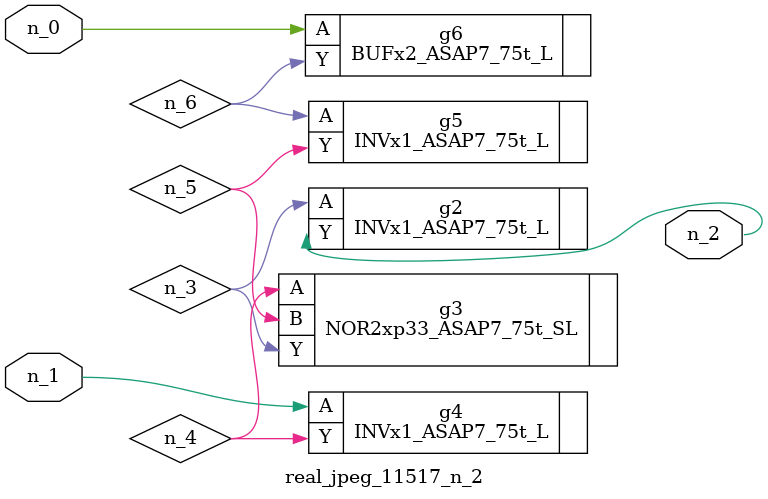
<source format=v>
module real_jpeg_11517_n_2 (n_1, n_0, n_2);

input n_1;
input n_0;

output n_2;

wire n_5;
wire n_4;
wire n_6;
wire n_3;

BUFx2_ASAP7_75t_L g6 ( 
.A(n_0),
.Y(n_6)
);

INVx1_ASAP7_75t_L g4 ( 
.A(n_1),
.Y(n_4)
);

INVx1_ASAP7_75t_L g2 ( 
.A(n_3),
.Y(n_2)
);

NOR2xp33_ASAP7_75t_SL g3 ( 
.A(n_4),
.B(n_5),
.Y(n_3)
);

INVx1_ASAP7_75t_L g5 ( 
.A(n_6),
.Y(n_5)
);


endmodule
</source>
